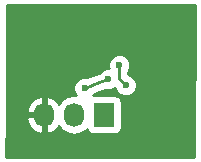
<source format=gbr>
G04 #@! TF.FileFunction,Copper,L2,Bot,Signal*
%FSLAX46Y46*%
G04 Gerber Fmt 4.6, Leading zero omitted, Abs format (unit mm)*
G04 Created by KiCad (PCBNEW 4.0.2-stable) date 6/23/2016 4:44:23 PM*
%MOMM*%
G01*
G04 APERTURE LIST*
%ADD10C,0.100000*%
%ADD11R,1.727200X2.032000*%
%ADD12O,1.727200X2.032000*%
%ADD13C,0.600000*%
%ADD14C,0.250000*%
%ADD15C,0.254000*%
G04 APERTURE END LIST*
D10*
D11*
X173950000Y-104450000D03*
D12*
X171410000Y-104450000D03*
X168870000Y-104450000D03*
D13*
X169000000Y-96800000D03*
X172500000Y-98050000D03*
X172500000Y-99000000D03*
X177850000Y-97200000D03*
X177800000Y-105450000D03*
X174300000Y-101450000D03*
X172300000Y-102200000D03*
X175250000Y-100250000D03*
X175800000Y-101950000D03*
D14*
X174300000Y-101450000D02*
X173550000Y-101700000D01*
X173550000Y-101700000D02*
X172300000Y-102200000D01*
X175250000Y-101400000D02*
X175250000Y-100250000D01*
X175800000Y-101950000D02*
X175250000Y-101400000D01*
D15*
G36*
X181672041Y-95176208D02*
X181574967Y-107990000D01*
X165678215Y-107990000D01*
X165702291Y-104811913D01*
X167384816Y-104811913D01*
X167578046Y-105364320D01*
X167967964Y-105800732D01*
X168495209Y-106054709D01*
X168510974Y-106057358D01*
X168743000Y-105936217D01*
X168743000Y-104577000D01*
X167529076Y-104577000D01*
X167384816Y-104811913D01*
X165702291Y-104811913D01*
X165707774Y-104088087D01*
X167384816Y-104088087D01*
X167529076Y-104323000D01*
X168743000Y-104323000D01*
X168743000Y-102963783D01*
X168997000Y-102963783D01*
X168997000Y-104323000D01*
X169017000Y-104323000D01*
X169017000Y-104577000D01*
X168997000Y-104577000D01*
X168997000Y-105936217D01*
X169229026Y-106057358D01*
X169244791Y-106054709D01*
X169772036Y-105800732D01*
X170143539Y-105384931D01*
X170350330Y-105694415D01*
X170836511Y-106019271D01*
X171410000Y-106133345D01*
X171983489Y-106019271D01*
X172469670Y-105694415D01*
X172479243Y-105680087D01*
X172483238Y-105701317D01*
X172622310Y-105917441D01*
X172834510Y-106062431D01*
X173086400Y-106113440D01*
X174813600Y-106113440D01*
X175048917Y-106069162D01*
X175265041Y-105930090D01*
X175410031Y-105717890D01*
X175461040Y-105466000D01*
X175461040Y-103434000D01*
X175416762Y-103198683D01*
X175277690Y-102982559D01*
X175065490Y-102837569D01*
X174813600Y-102786560D01*
X173086400Y-102786560D01*
X173024122Y-102798278D01*
X173092192Y-102730327D01*
X173106463Y-102695960D01*
X173811522Y-102413936D01*
X174017737Y-102345198D01*
X174113201Y-102384838D01*
X174485167Y-102385162D01*
X174828943Y-102243117D01*
X174885935Y-102186225D01*
X175006883Y-102478943D01*
X175269673Y-102742192D01*
X175613201Y-102884838D01*
X175985167Y-102885162D01*
X176328943Y-102743117D01*
X176592192Y-102480327D01*
X176734838Y-102136799D01*
X176735162Y-101764833D01*
X176593117Y-101421057D01*
X176330327Y-101157808D01*
X176010000Y-101024796D01*
X176010000Y-100812463D01*
X176042192Y-100780327D01*
X176184838Y-100436799D01*
X176185162Y-100064833D01*
X176043117Y-99721057D01*
X175780327Y-99457808D01*
X175436799Y-99315162D01*
X175064833Y-99314838D01*
X174721057Y-99456883D01*
X174457808Y-99719673D01*
X174315162Y-100063201D01*
X174314838Y-100435167D01*
X174347841Y-100515041D01*
X174114833Y-100514838D01*
X173771057Y-100656883D01*
X173517913Y-100909586D01*
X173309667Y-100979001D01*
X173289999Y-100990212D01*
X173267743Y-100994358D01*
X172537795Y-101286337D01*
X172486799Y-101265162D01*
X172114833Y-101264838D01*
X171771057Y-101406883D01*
X171507808Y-101669673D01*
X171365162Y-102013201D01*
X171364838Y-102385167D01*
X171506883Y-102728943D01*
X171577861Y-102800045D01*
X171410000Y-102766655D01*
X170836511Y-102880729D01*
X170350330Y-103205585D01*
X170143539Y-103515069D01*
X169772036Y-103099268D01*
X169244791Y-102845291D01*
X169229026Y-102842642D01*
X168997000Y-102963783D01*
X168743000Y-102963783D01*
X168510974Y-102842642D01*
X168495209Y-102845291D01*
X167967964Y-103099268D01*
X167578046Y-103535680D01*
X167384816Y-104088087D01*
X165707774Y-104088087D01*
X165775413Y-95160000D01*
X179062555Y-95160000D01*
X181672041Y-95176208D01*
X181672041Y-95176208D01*
G37*
X181672041Y-95176208D02*
X181574967Y-107990000D01*
X165678215Y-107990000D01*
X165702291Y-104811913D01*
X167384816Y-104811913D01*
X167578046Y-105364320D01*
X167967964Y-105800732D01*
X168495209Y-106054709D01*
X168510974Y-106057358D01*
X168743000Y-105936217D01*
X168743000Y-104577000D01*
X167529076Y-104577000D01*
X167384816Y-104811913D01*
X165702291Y-104811913D01*
X165707774Y-104088087D01*
X167384816Y-104088087D01*
X167529076Y-104323000D01*
X168743000Y-104323000D01*
X168743000Y-102963783D01*
X168997000Y-102963783D01*
X168997000Y-104323000D01*
X169017000Y-104323000D01*
X169017000Y-104577000D01*
X168997000Y-104577000D01*
X168997000Y-105936217D01*
X169229026Y-106057358D01*
X169244791Y-106054709D01*
X169772036Y-105800732D01*
X170143539Y-105384931D01*
X170350330Y-105694415D01*
X170836511Y-106019271D01*
X171410000Y-106133345D01*
X171983489Y-106019271D01*
X172469670Y-105694415D01*
X172479243Y-105680087D01*
X172483238Y-105701317D01*
X172622310Y-105917441D01*
X172834510Y-106062431D01*
X173086400Y-106113440D01*
X174813600Y-106113440D01*
X175048917Y-106069162D01*
X175265041Y-105930090D01*
X175410031Y-105717890D01*
X175461040Y-105466000D01*
X175461040Y-103434000D01*
X175416762Y-103198683D01*
X175277690Y-102982559D01*
X175065490Y-102837569D01*
X174813600Y-102786560D01*
X173086400Y-102786560D01*
X173024122Y-102798278D01*
X173092192Y-102730327D01*
X173106463Y-102695960D01*
X173811522Y-102413936D01*
X174017737Y-102345198D01*
X174113201Y-102384838D01*
X174485167Y-102385162D01*
X174828943Y-102243117D01*
X174885935Y-102186225D01*
X175006883Y-102478943D01*
X175269673Y-102742192D01*
X175613201Y-102884838D01*
X175985167Y-102885162D01*
X176328943Y-102743117D01*
X176592192Y-102480327D01*
X176734838Y-102136799D01*
X176735162Y-101764833D01*
X176593117Y-101421057D01*
X176330327Y-101157808D01*
X176010000Y-101024796D01*
X176010000Y-100812463D01*
X176042192Y-100780327D01*
X176184838Y-100436799D01*
X176185162Y-100064833D01*
X176043117Y-99721057D01*
X175780327Y-99457808D01*
X175436799Y-99315162D01*
X175064833Y-99314838D01*
X174721057Y-99456883D01*
X174457808Y-99719673D01*
X174315162Y-100063201D01*
X174314838Y-100435167D01*
X174347841Y-100515041D01*
X174114833Y-100514838D01*
X173771057Y-100656883D01*
X173517913Y-100909586D01*
X173309667Y-100979001D01*
X173289999Y-100990212D01*
X173267743Y-100994358D01*
X172537795Y-101286337D01*
X172486799Y-101265162D01*
X172114833Y-101264838D01*
X171771057Y-101406883D01*
X171507808Y-101669673D01*
X171365162Y-102013201D01*
X171364838Y-102385167D01*
X171506883Y-102728943D01*
X171577861Y-102800045D01*
X171410000Y-102766655D01*
X170836511Y-102880729D01*
X170350330Y-103205585D01*
X170143539Y-103515069D01*
X169772036Y-103099268D01*
X169244791Y-102845291D01*
X169229026Y-102842642D01*
X168997000Y-102963783D01*
X168743000Y-102963783D01*
X168510974Y-102842642D01*
X168495209Y-102845291D01*
X167967964Y-103099268D01*
X167578046Y-103535680D01*
X167384816Y-104088087D01*
X165707774Y-104088087D01*
X165775413Y-95160000D01*
X179062555Y-95160000D01*
X181672041Y-95176208D01*
M02*

</source>
